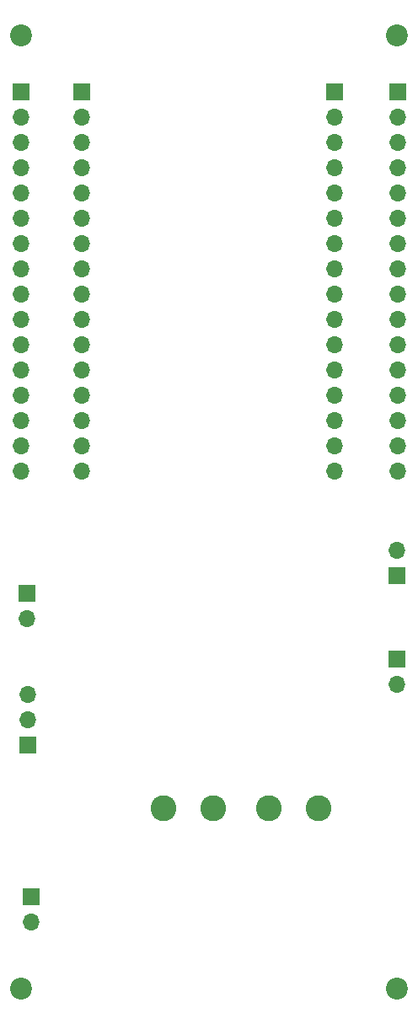
<source format=gbr>
%TF.GenerationSoftware,KiCad,Pcbnew,8.0.1*%
%TF.CreationDate,2024-04-26T12:21:13-07:00*%
%TF.ProjectId,Sendes,53656e64-6573-42e6-9b69-6361645f7063,rev?*%
%TF.SameCoordinates,Original*%
%TF.FileFunction,Soldermask,Bot*%
%TF.FilePolarity,Negative*%
%FSLAX46Y46*%
G04 Gerber Fmt 4.6, Leading zero omitted, Abs format (unit mm)*
G04 Created by KiCad (PCBNEW 8.0.1) date 2024-04-26 12:21:13*
%MOMM*%
%LPD*%
G01*
G04 APERTURE LIST*
%ADD10R,1.700000X1.700000*%
%ADD11O,1.700000X1.700000*%
%ADD12C,2.200000*%
%ADD13C,2.600000*%
G04 APERTURE END LIST*
D10*
%TO.C,J6*%
X110200000Y-106560000D03*
D11*
X110200000Y-109100000D03*
%TD*%
D12*
%TO.C,H4*%
X110200000Y-139700000D03*
%TD*%
%TO.C,H3*%
X72400000Y-139700000D03*
%TD*%
%TO.C,H2*%
X110200000Y-43900000D03*
%TD*%
%TO.C,H1*%
X72400000Y-43900000D03*
%TD*%
D11*
%TO.C,J11*%
X72380880Y-87698597D03*
X72380880Y-85158597D03*
X72380880Y-82618597D03*
X72380880Y-80078597D03*
X72380880Y-77538597D03*
X72380880Y-74998597D03*
X72380880Y-72458597D03*
X72380880Y-69918597D03*
X72380880Y-67378597D03*
X72380880Y-64838597D03*
X72380880Y-62298597D03*
X72380880Y-59758597D03*
X72380880Y-57218597D03*
X72380880Y-54678597D03*
X72380880Y-52138597D03*
D10*
X72380880Y-49598597D03*
%TD*%
%TO.C,J10*%
X110300000Y-49600000D03*
D11*
X110300000Y-52140000D03*
X110300000Y-54680000D03*
X110300000Y-57220000D03*
X110300000Y-59760000D03*
X110300000Y-62300000D03*
X110300000Y-64840000D03*
X110300000Y-67380000D03*
X110300000Y-69920000D03*
X110300000Y-72460000D03*
X110300000Y-75000000D03*
X110300000Y-77540000D03*
X110300000Y-80080000D03*
X110300000Y-82620000D03*
X110300000Y-85160000D03*
X110300000Y-87700000D03*
%TD*%
D10*
%TO.C,J9*%
X73100000Y-115200000D03*
D11*
X73100000Y-112660000D03*
X73100000Y-110120000D03*
%TD*%
%TO.C,J5*%
X73000000Y-102565000D03*
D10*
X73000000Y-100025000D03*
%TD*%
%TO.C,J4*%
X73400000Y-130425000D03*
D11*
X73400000Y-132965000D03*
%TD*%
D10*
%TO.C,J3*%
X110200000Y-98200000D03*
D11*
X110200000Y-95660000D03*
%TD*%
D10*
%TO.C,J2*%
X103939978Y-49602958D03*
D11*
X103939978Y-52142958D03*
X103939978Y-54682958D03*
X103939978Y-57222958D03*
X103939978Y-59762958D03*
X103939978Y-62302958D03*
X103939978Y-64842958D03*
X103939978Y-67382958D03*
X103939978Y-69922958D03*
X103939978Y-72462958D03*
X103939978Y-75002958D03*
X103939978Y-77542958D03*
X103939978Y-80082958D03*
X103939978Y-82622958D03*
X103939978Y-85162958D03*
X103939978Y-87702958D03*
%TD*%
D10*
%TO.C,J1*%
X78520577Y-49602958D03*
D11*
X78520577Y-52142958D03*
X78520577Y-54682958D03*
X78520577Y-57222958D03*
X78520577Y-59762958D03*
X78520577Y-62302958D03*
X78520577Y-64842958D03*
X78520577Y-67382958D03*
X78520577Y-69922958D03*
X78520577Y-72462958D03*
X78520577Y-75002958D03*
X78520577Y-77542958D03*
X78520577Y-80082958D03*
X78520577Y-82622958D03*
X78520577Y-85162958D03*
X78520577Y-87702958D03*
%TD*%
D13*
%TO.C,L2*%
X102300000Y-121600000D03*
X97300000Y-121600000D03*
%TD*%
%TO.C,L3*%
X91700000Y-121600000D03*
X86700000Y-121600000D03*
%TD*%
M02*

</source>
